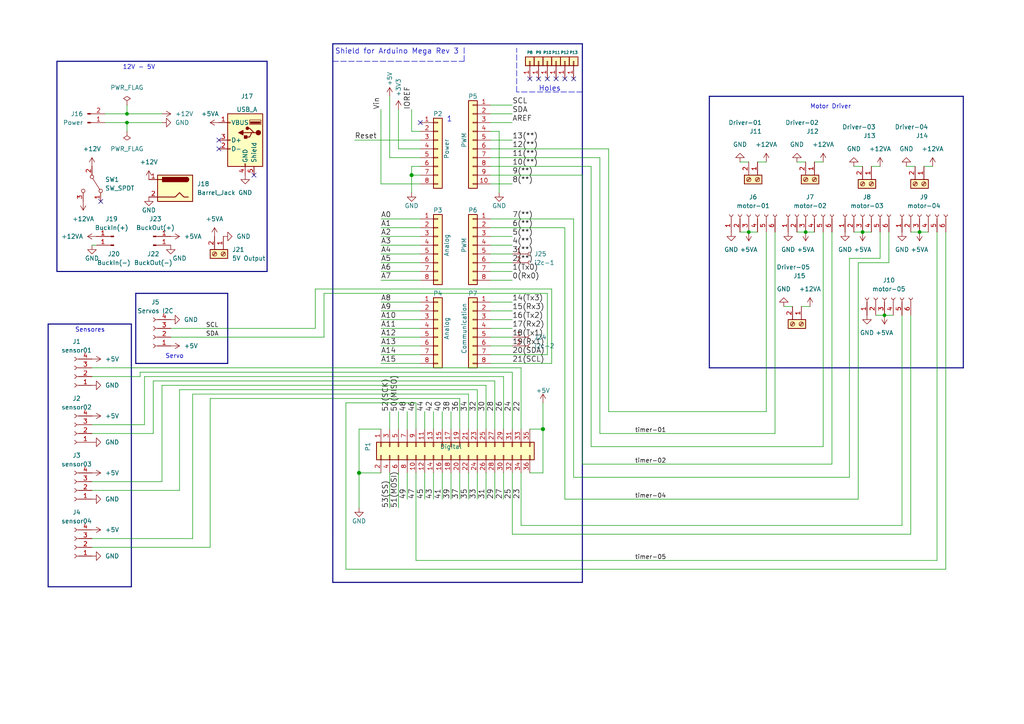
<source format=kicad_sch>
(kicad_sch (version 20211123) (generator eeschema)
  (paper "A4")
  (title_block (date "mar. 31 mars 2015"))
  (lib_symbols
    (symbol "+5VA_1" (power) (pin_names (offset 0))
      (property "Value" "+5VA_1" (at 0 3.556 0))
      (symbol "+5VA_1_1_1"
        (pin power_in line (at 0 0 90) (length 0) hide (name "+5VA") (number "1"))
      )
    )
    (symbol "+5VA_2" (power) (pin_names (offset 0))
      (property "Value" "+5VA_2" (at 0 3.556 0))
      (symbol "+5VA_2_1_1"
        (pin power_in line (at 0 0 90) (length 0) hide (name "+5VA") (number "1"))
      )
    )
    (symbol "+5V_1" (power) (pin_names (offset 0))
      (property "Value" "+5V_1" (at 0 3.556 0))
      (symbol "+5V_1_1_1"
        (pin power_in line (at 0 0 90) (length 0) hide (name "+5V") (number "1"))
      )
    )
    (symbol "Connector:Barrel_Jack" (pin_names (offset 1.016))
      (property "Reference" "J" (at 0 5.334 0))
      (property "Value" "Barrel_Jack" (at 0 -5.08 0))
      (symbol "Barrel_Jack_1_1"
        (pin passive line (at 7.62 2.54 180) (length 2.54) (name "~") (number "1"))
        (pin passive line (at 7.62 -2.54 180) (length 2.54) (name "~") (number "2"))
      )
    )
    (symbol "Connector:Conn_01x01_Male" (pin_names (offset 1.016) hide)
      (property "Reference" "J" (at 0 2.54 0))
      (property "Value" "Conn_01x01_Male" (at 0 -2.54 0))
      (symbol "Conn_01x01_Male_1_1"
        (pin passive line (at 5.08 0 180) (length 3.81) (name "Pin_1") (number "1"))
      )
    )
    (symbol "Connector:Conn_01x02_Female" (pin_names (offset 1.016) hide)
      (property "Reference" "J" (at 0 2.54 0))
      (property "Value" "Conn_01x02_Female" (at 0 -5.08 0))
      (symbol "Conn_01x02_Female_1_1"
        (pin passive line (at -5.08 0 0) (length 3.81) (name "Pin_1") (number "1"))
        (pin passive line (at -5.08 -2.54 0) (length 3.81) (name "Pin_2") (number "2"))
      )
    )
    (symbol "Connector:Conn_01x02_Male" (pin_names (offset 1.016) hide)
      (property "Reference" "J" (at 0 2.54 0))
      (property "Value" "Conn_01x02_Male" (at 0 -5.08 0))
      (symbol "Conn_01x02_Male_1_1"
        (pin passive line (at 5.08 0 180) (length 3.81) (name "Pin_1") (number "1"))
        (pin passive line (at 5.08 -2.54 180) (length 3.81) (name "Pin_2") (number "2"))
      )
    )
    (symbol "Connector:Conn_01x04_Female" (pin_names (offset 1.016) hide)
      (property "Reference" "J" (at 0 5.08 0))
      (property "Value" "Conn_01x04_Female" (at 0 -7.62 0))
      (symbol "Conn_01x04_Female_1_1"
        (pin passive line (at -5.08 2.54 0) (length 3.81) (name "Pin_1") (number "1"))
        (pin passive line (at -5.08 0 0) (length 3.81) (name "Pin_2") (number "2"))
        (pin passive line (at -5.08 -2.54 0) (length 3.81) (name "Pin_3") (number "3"))
        (pin passive line (at -5.08 -5.08 0) (length 3.81) (name "Pin_4") (number "4"))
      )
    )
    (symbol "Connector:Conn_01x06_Female" (pin_names (offset 1.016) hide)
      (property "Reference" "J" (at 0 7.62 0))
      (property "Value" "Conn_01x06_Female" (at 0 -10.16 0))
      (symbol "Conn_01x06_Female_1_1"
        (pin passive line (at -5.08 5.08 0) (length 3.81) (name "Pin_1") (number "1"))
        (pin passive line (at -5.08 2.54 0) (length 3.81) (name "Pin_2") (number "2"))
        (pin passive line (at -5.08 0 0) (length 3.81) (name "Pin_3") (number "3"))
        (pin passive line (at -5.08 -2.54 0) (length 3.81) (name "Pin_4") (number "4"))
        (pin passive line (at -5.08 -5.08 0) (length 3.81) (name "Pin_5") (number "5"))
        (pin passive line (at -5.08 -7.62 0) (length 3.81) (name "Pin_6") (number "6"))
      )
    )
    (symbol "Connector:Screw_Terminal_01x02" (pin_names (offset 1.016) hide)
      (property "Reference" "J" (at 0 2.54 0))
      (property "Value" "Screw_Terminal_01x02" (at 0 -5.08 0))
      (symbol "Screw_Terminal_01x02_1_1"
        (pin passive line (at -5.08 0 0) (length 3.81) (name "Pin_1") (number "1"))
        (pin passive line (at -5.08 -2.54 0) (length 3.81) (name "Pin_2") (number "2"))
      )
    )
    (symbol "Connector:USB_A" (pin_names (offset 1.016))
      (property "Reference" "J" (at -5.08 11.43 0))
      (property "Value" "USB_A" (at -5.08 8.89 0))
      (symbol "USB_A_1_1"
        (pin power_in line (at 7.62 5.08 180) (length 2.54) (name "VBUS") (number "1"))
        (pin bidirectional line (at 7.62 -2.54 180) (length 2.54) (name "D-") (number "2"))
        (pin bidirectional line (at 7.62 0 180) (length 2.54) (name "D+") (number "3"))
        (pin power_in line (at 0 -10.16 90) (length 2.54) (name "GND") (number "4"))
        (pin passive line (at -2.54 -10.16 90) (length 2.54) (name "Shield") (number "5"))
      )
    )
    (symbol "Connector_Generic:Conn_01x01" (pin_names (offset 1.016) hide)
      (property "Reference" "J" (at 0 2.54 0))
      (property "Value" "Conn_01x01" (at 0 -2.54 0))
      (symbol "Conn_01x01_1_1"
        (pin passive line (at -5.08 0 0) (length 3.81) (name "Pin_1") (number "1"))
      )
    )
    (symbol "Connector_Generic:Conn_01x08" (pin_names (offset 1.016) hide)
      (property "Reference" "J" (at 0 10.16 0))
      (property "Value" "Conn_01x08" (at 0 -12.7 0))
      (symbol "Conn_01x08_1_1"
        (pin passive line (at -5.08 7.62 0) (length 3.81) (name "Pin_1") (number "1"))
        (pin passive line (at -5.08 5.08 0) (length 3.81) (name "Pin_2") (number "2"))
        (pin passive line (at -5.08 2.54 0) (length 3.81) (name "Pin_3") (number "3"))
        (pin passive line (at -5.08 0 0) (length 3.81) (name "Pin_4") (number "4"))
        (pin passive line (at -5.08 -2.54 0) (length 3.81) (name "Pin_5") (number "5"))
        (pin passive line (at -5.08 -5.08 0) (length 3.81) (name "Pin_6") (number "6"))
        (pin passive line (at -5.08 -7.62 0) (length 3.81) (name "Pin_7") (number "7"))
        (pin passive line (at -5.08 -10.16 0) (length 3.81) (name "Pin_8") (number "8"))
      )
    )
    (symbol "Connector_Generic:Conn_01x10" (pin_names (offset 1.016) hide)
      (property "Reference" "J" (at 0 12.7 0))
      (property "Value" "Conn_01x10" (at 0 -15.24 0))
      (symbol "Conn_01x10_1_1"
        (pin passive line (at -5.08 10.16 0) (length 3.81) (name "Pin_1") (number "1"))
        (pin passive line (at -5.08 -12.7 0) (length 3.81) (name "Pin_10") (number "10"))
        (pin passive line (at -5.08 7.62 0) (length 3.81) (name "Pin_2") (number "2"))
        (pin passive line (at -5.08 5.08 0) (length 3.81) (name "Pin_3") (number "3"))
        (pin passive line (at -5.08 2.54 0) (length 3.81) (name "Pin_4") (number "4"))
        (pin passive line (at -5.08 0 0) (length 3.81) (name "Pin_5") (number "5"))
        (pin passive line (at -5.08 -2.54 0) (length 3.81) (name "Pin_6") (number "6"))
        (pin passive line (at -5.08 -5.08 0) (length 3.81) (name "Pin_7") (number "7"))
        (pin passive line (at -5.08 -7.62 0) (length 3.81) (name "Pin_8") (number "8"))
        (pin passive line (at -5.08 -10.16 0) (length 3.81) (name "Pin_9") (number "9"))
      )
    )
    (symbol "Connector_Generic:Conn_02x18_Odd_Even" (pin_names (offset 1.016) hide)
      (property "Reference" "J" (at 1.27 22.86 0))
      (property "Value" "Conn_02x18_Odd_Even" (at 1.27 -25.4 0))
      (symbol "Conn_02x18_Odd_Even_1_1"
        (pin passive line (at -5.08 20.32 0) (length 3.81) (name "Pin_1") (number "1"))
        (pin passive line (at 7.62 10.16 180) (length 3.81) (name "Pin_10") (number "10"))
        (pin passive line (at -5.08 7.62 0) (length 3.81) (name "Pin_11") (number "11"))
        (pin passive line (at 7.62 7.62 180) (length 3.81) (name "Pin_12") (number "12"))
        (pin passive line (at -5.08 5.08 0) (length 3.81) (name "Pin_13") (number "13"))
        (pin passive line (at 7.62 5.08 180) (length 3.81) (name "Pin_14") (number "14"))
        (pin passive line (at -5.08 2.54 0) (length 3.81) (name "Pin_15") (number "15"))
        (pin passive line (at 7.62 2.54 180) (length 3.81) (name "Pin_16") (number "16"))
        (pin passive line (at -5.08 0 0) (length 3.81) (name "Pin_17") (number "17"))
        (pin passive line (at 7.62 0 180) (length 3.81) (name "Pin_18") (number "18"))
        (pin passive line (at -5.08 -2.54 0) (length 3.81) (name "Pin_19") (number "19"))
        (pin passive line (at 7.62 20.32 180) (length 3.81) (name "Pin_2") (number "2"))
        (pin passive line (at 7.62 -2.54 180) (length 3.81) (name "Pin_20") (number "20"))
        (pin passive line (at -5.08 -5.08 0) (length 3.81) (name "Pin_21") (number "21"))
        (pin passive line (at 7.62 -5.08 180) (length 3.81) (name "Pin_22") (number "22"))
        (pin passive line (at -5.08 -7.62 0) (length 3.81) (name "Pin_23") (number "23"))
        (pin passive line (at 7.62 -7.62 180) (length 3.81) (name "Pin_24") (number "24"))
        (pin passive line (at -5.08 -10.16 0) (length 3.81) (name "Pin_25") (number "25"))
        (pin passive line (at 7.62 -10.16 180) (length 3.81) (name "Pin_26") (number "26"))
        (pin passive line (at -5.08 -12.7 0) (length 3.81) (name "Pin_27") (number "27"))
        (pin passive line (at 7.62 -12.7 180) (length 3.81) (name "Pin_28") (number "28"))
        (pin passive line (at -5.08 -15.24 0) (length 3.81) (name "Pin_29") (number "29"))
        (pin passive line (at -5.08 17.78 0) (length 3.81) (name "Pin_3") (number "3"))
        (pin passive line (at 7.62 -15.24 180) (length 3.81) (name "Pin_30") (number "30"))
        (pin passive line (at -5.08 -17.78 0) (length 3.81) (name "Pin_31") (number "31"))
        (pin passive line (at 7.62 -17.78 180) (length 3.81) (name "Pin_32") (number "32"))
        (pin passive line (at -5.08 -20.32 0) (length 3.81) (name "Pin_33") (number "33"))
        (pin passive line (at 7.62 -20.32 180) (length 3.81) (name "Pin_34") (number "34"))
        (pin passive line (at -5.08 -22.86 0) (length 3.81) (name "Pin_35") (number "35"))
        (pin passive line (at 7.62 -22.86 180) (length 3.81) (name "Pin_36") (number "36"))
        (pin passive line (at 7.62 17.78 180) (length 3.81) (name "Pin_4") (number "4"))
        (pin passive line (at -5.08 15.24 0) (length 3.81) (name "Pin_5") (number "5"))
        (pin passive line (at 7.62 15.24 180) (length 3.81) (name "Pin_6") (number "6"))
        (pin passive line (at -5.08 12.7 0) (length 3.81) (name "Pin_7") (number "7"))
        (pin passive line (at 7.62 12.7 180) (length 3.81) (name "Pin_8") (number "8"))
        (pin passive line (at -5.08 10.16 0) (length 3.81) (name "Pin_9") (number "9"))
      )
    )
    (symbol "GND_1" (power) (pin_names (offset 0))
      (property "Value" "GND_1" (at 0 -3.81 0))
      (symbol "GND_1_1_1"
        (pin power_in line (at 0 0 270) (length 0) hide (name "GND") (number "1"))
      )
    )
    (symbol "GND_2" (power) (pin_names (offset 0))
      (property "Value" "GND_2" (at 0 -3.81 0))
      (symbol "GND_2_1_1"
        (pin power_in line (at 0 0 270) (length 0) hide (name "GND") (number "1"))
      )
    )
    (symbol "GND_3" (power) (pin_names (offset 0))
      (property "Value" "GND_3" (at 0 -3.81 0))
      (symbol "GND_3_1_1"
        (pin power_in line (at 0 0 270) (length 0) hide (name "GND") (number "1"))
      )
    )
    (symbol "Switch:SW_SPDT" (pin_names (offset 0) hide)
      (property "Reference" "SW" (at 0 4.318 0))
      (property "Value" "SW_SPDT" (at 0 -5.08 0))
      (symbol "SW_SPDT_1_1"
        (pin passive line (at 5.08 2.54 180) (length 2.54) (name "A") (number "1"))
        (pin passive line (at -5.08 0 0) (length 2.54) (name "B") (number "2"))
        (pin passive line (at 5.08 -2.54 180) (length 2.54) (name "C") (number "3"))
      )
    )
    (symbol "power:+12V" (power) (pin_names (offset 0))
      (property "Value" "+12V" (at 0 3.556 0))
      (symbol "+12V_1_1"
        (pin power_in line (at 0 0 90) (length 0) hide (name "+12V") (number "1"))
      )
    )
    (symbol "power:+12VA" (power) (pin_names (offset 0))
      (property "Value" "+12VA" (at 0 3.556 0))
      (symbol "+12VA_1_1"
        (pin power_in line (at 0 0 90) (length 0) hide (name "+12VA") (number "1"))
      )
    )
    (symbol "power:+3V3" (power) (pin_names (offset 0))
      (property "Value" "+3V3" (at 0 3.556 0))
      (symbol "+3V3_1_1"
        (pin power_in line (at 0 0 90) (length 0) hide (name "+3V3") (number "1"))
      )
    )
    (symbol "power:+5V" (power) (pin_names (offset 0))
      (property "Value" "+5V" (at 0 3.556 0))
      (symbol "+5V_1_1"
        (pin power_in line (at 0 0 90) (length 0) hide (name "+5V") (number "1"))
      )
    )
    (symbol "power:+5VA" (power) (pin_names (offset 0))
      (property "Value" "+5VA" (at 0 3.556 0))
      (symbol "+5VA_1_1"
        (pin power_in line (at 0 0 90) (length 0) hide (name "+5VA") (number "1"))
      )
    )
    (symbol "power:GND" (power) (pin_names (offset 0))
      (property "Value" "GND" (at 0 -3.81 0))
      (symbol "GND_1_1"
        (pin power_in line (at 0 0 270) (length 0) hide (name "GND") (number "1"))
      )
    )
    (symbol "power:PWR_FLAG" (power) (pin_numbers hide) (pin_names (offset 0) hide)
      (property "Value" "PWR_FLAG" (at 0 3.81 0))
      (symbol "PWR_FLAG_0_0"
        (pin power_out line (at 0 0 90) (length 0) (name "pwr") (number "1"))
      )
    )
  )
  (junction (at 250.19 67.31))
  (junction (at 36.83 35.56))
  (junction (at 233.68 67.31))
  (junction (at 266.7 67.31))
  (junction (at 157.48 124.46) (diameter 1.016))
  (junction (at 256.54 91.44))
  (junction (at 119.38 50.8) (diameter 1.016))
  (junction (at 217.17 67.31))
  (junction (at 36.83 33.02))
  (junction (at 104.14 137.16) (diameter 1.016))
  (no_connect (at 153.67 22.86))
  (no_connect (at 63.5 43.18))
  (no_connect (at 63.5 40.64))
  (no_connect (at 73.66 50.8))
  (no_connect (at 156.21 22.86))
  (no_connect (at 166.37 22.86))
  (no_connect (at 29.21 58.42))
  (no_connect (at 161.29 22.86))
  (no_connect (at 163.83 22.86))
  (no_connect (at 121.92 35.56))
  (no_connect (at 158.75 22.86))
  (wire (pts (xy 142.24 81.28) (xy 148.59 81.28)))
  (wire (pts (xy 113.03 137.16) (xy 113.03 147.32)))
  (wire (pts (xy 40.64 107.95) (xy 148.59 107.95)))
  (wire (pts (xy 26.67 109.22) (xy 40.64 109.22)))
  (bus (pts (xy 16.51 17.78) (xy 16.51 78.74)))
  (wire (pts (xy 110.49 81.28) (xy 121.92 81.28)))
  (wire (pts (xy 125.73 137.16) (xy 125.73 144.78)))
  (wire (pts (xy 26.67 123.19) (xy 41.91 123.19)))
  (wire (pts (xy 250.19 67.31) (xy 252.73 67.31)))
  (wire (pts (xy 148.59 154.94) (xy 264.16 154.94)))
  (wire (pts (xy 26.67 139.7) (xy 46.99 139.7)))
  (wire (pts (xy 157.48 124.46) (xy 157.48 137.16)))
  (wire (pts (xy 262.89 48.26) (xy 265.43 48.26)))
  (wire (pts (xy 255.27 67.31) (xy 255.27 74.93)))
  (wire (pts (xy 110.49 124.46) (xy 104.14 124.46)))
  (wire (pts (xy 60.96 158.75) (xy 60.96 115.57)))
  (bus (pts (xy 39.37 85.09) (xy 39.37 105.41)))
  (wire (pts (xy 142.24 43.18) (xy 176.53 43.18)))
  (wire (pts (xy 142.24 45.72) (xy 173.99 45.72)))
  (wire (pts (xy 119.38 48.26) (xy 119.38 50.8)))
  (bus (pts (xy 279.4 27.94) (xy 279.4 106.68)))
  (bus (pts (xy 205.74 27.94) (xy 279.4 27.94)))
  (wire (pts (xy 247.65 67.31) (xy 250.19 67.31)))
  (bus (pts (xy 38.1 93.98) (xy 38.1 170.18)))
  (wire (pts (xy 110.49 76.2) (xy 121.92 76.2)))
  (wire (pts (xy 120.65 137.16) (xy 120.65 162.56)))
  (bus (pts (xy 13.97 93.98) (xy 13.97 170.18)))
  (wire (pts (xy 55.88 114.3) (xy 135.89 114.3)))
  (wire (pts (xy 231.14 46.99) (xy 233.68 46.99)))
  (wire (pts (xy 143.51 137.16) (xy 143.51 144.78)))
  (wire (pts (xy 60.96 115.57) (xy 133.35 115.57)))
  (wire (pts (xy 222.25 119.38) (xy 222.25 67.31)))
  (wire (pts (xy 119.38 50.8) (xy 119.38 55.88)))
  (wire (pts (xy 133.35 115.57) (xy 133.35 124.46)))
  (wire (pts (xy 254 91.44) (xy 256.54 91.44)))
  (wire (pts (xy 166.37 138.43) (xy 246.38 138.43)))
  (bus (pts (xy 39.37 105.41) (xy 66.04 105.41)))
  (wire (pts (xy 115.57 43.18) (xy 121.92 43.18)))
  (polyline (pts (xy 168.91 26.67) (xy 149.86 26.67)) (stroke (width 0) (type dash)))
  (wire (pts (xy 113.03 45.72) (xy 121.92 45.72)))
  (wire (pts (xy 113.03 27.94) (xy 113.03 45.72)))
  (wire (pts (xy 130.81 124.46) (xy 130.81 119.38)))
  (wire (pts (xy 110.49 105.41) (xy 121.92 105.41)))
  (wire (pts (xy 222.25 46.99) (xy 219.71 46.99)))
  (wire (pts (xy 214.63 46.99) (xy 217.17 46.99)))
  (bus (pts (xy 13.97 93.98) (xy 38.1 93.98)))
  (wire (pts (xy 125.73 124.46) (xy 125.73 119.38)))
  (polyline (pts (xy 149.86 26.67) (xy 149.86 13.97)) (stroke (width 0) (type dash)))
  (wire (pts (xy 146.05 109.22) (xy 146.05 124.46)))
  (wire (pts (xy 142.24 35.56) (xy 148.59 35.56)))
  (wire (pts (xy 274.32 165.1) (xy 274.32 67.31)))
  (wire (pts (xy 115.57 31.75) (xy 115.57 43.18)))
  (wire (pts (xy 146.05 137.16) (xy 146.05 144.78)))
  (bus (pts (xy 168.91 168.91) (xy 96.52 168.91)))
  (wire (pts (xy 121.92 63.5) (xy 110.49 63.5)))
  (wire (pts (xy 163.83 144.78) (xy 248.92 144.78)))
  (wire (pts (xy 121.92 102.87) (xy 110.49 102.87)))
  (wire (pts (xy 148.59 137.16) (xy 148.59 154.94)))
  (wire (pts (xy 123.19 137.16) (xy 123.19 144.78)))
  (wire (pts (xy 44.45 110.49) (xy 143.51 110.49)))
  (wire (pts (xy 264.16 67.31) (xy 266.7 67.31)))
  (wire (pts (xy 52.07 142.24) (xy 52.07 113.03)))
  (wire (pts (xy 142.24 48.26) (xy 171.45 48.26)))
  (wire (pts (xy 142.24 100.33) (xy 148.59 100.33)))
  (wire (pts (xy 142.24 30.48) (xy 148.59 30.48)))
  (wire (pts (xy 142.24 63.5) (xy 166.37 63.5)))
  (wire (pts (xy 246.38 138.43) (xy 246.38 74.93)))
  (wire (pts (xy 173.99 45.72) (xy 173.99 125.73)))
  (wire (pts (xy 104.14 124.46) (xy 104.14 137.16)))
  (bus (pts (xy 205.74 27.94) (xy 205.74 106.68)))
  (bus (pts (xy 38.1 170.18) (xy 13.97 170.18)))
  (wire (pts (xy 166.37 63.5) (xy 166.37 138.43)))
  (wire (pts (xy 110.49 137.16) (xy 104.14 137.16)))
  (wire (pts (xy 93.98 97.79) (xy 49.53 97.79)))
  (wire (pts (xy 151.13 137.16) (xy 151.13 152.4)))
  (wire (pts (xy 135.89 114.3) (xy 135.89 124.46)))
  (wire (pts (xy 255.27 48.26) (xy 252.73 48.26)))
  (wire (pts (xy 36.83 35.56) (xy 36.83 38.1)))
  (wire (pts (xy 264.16 91.44) (xy 264.16 154.94)))
  (wire (pts (xy 119.38 38.1) (xy 119.38 31.75)))
  (wire (pts (xy 120.65 162.56) (xy 271.78 162.56)))
  (wire (pts (xy 142.24 90.17) (xy 148.59 90.17)))
  (wire (pts (xy 246.38 74.93) (xy 255.27 74.93)))
  (wire (pts (xy 261.62 152.4) (xy 261.62 91.44)))
  (wire (pts (xy 163.83 66.04) (xy 163.83 144.78)))
  (wire (pts (xy 224.79 125.73) (xy 224.79 67.31)))
  (wire (pts (xy 241.3 134.62) (xy 241.3 67.31)))
  (wire (pts (xy 142.24 40.64) (xy 148.59 40.64)))
  (wire (pts (xy 121.92 38.1) (xy 119.38 38.1)))
  (wire (pts (xy 168.91 134.62) (xy 241.3 134.62)))
  (polyline (pts (xy 96.52 17.78) (xy 134.62 17.78)) (stroke (width 0) (type dash)))
  (wire (pts (xy 30.48 33.02) (xy 36.83 33.02)))
  (wire (pts (xy 135.89 137.16) (xy 135.89 144.78)))
  (wire (pts (xy 133.35 137.16) (xy 133.35 144.78)))
  (wire (pts (xy 26.67 125.73) (xy 44.45 125.73)))
  (wire (pts (xy 148.59 68.58) (xy 142.24 68.58)))
  (bus (pts (xy 77.47 78.74) (xy 16.51 78.74)))
  (polyline (pts (xy 96.52 154.94) (xy 96.52 13.97)) (stroke (width 0) (type dash)))
  (wire (pts (xy 157.48 116.84) (xy 157.48 124.46)))
  (wire (pts (xy 123.19 124.46) (xy 123.19 119.38)))
  (wire (pts (xy 248.92 76.2) (xy 257.81 76.2)))
  (wire (pts (xy 257.81 76.2) (xy 257.81 67.31)))
  (wire (pts (xy 142.24 102.87) (xy 158.75 102.87)))
  (wire (pts (xy 176.53 43.18) (xy 176.53 119.38)))
  (wire (pts (xy 142.24 105.41) (xy 160.02 105.41)))
  (wire (pts (xy 113.03 124.46) (xy 113.03 119.38)))
  (wire (pts (xy 46.99 139.7) (xy 46.99 111.76)))
  (wire (pts (xy 234.95 88.9) (xy 232.41 88.9)))
  (wire (pts (xy 55.88 156.21) (xy 55.88 114.3)))
  (wire (pts (xy 128.27 137.16) (xy 128.27 144.78)))
  (bus (pts (xy 168.91 12.7) (xy 168.91 168.91)))
  (wire (pts (xy 30.48 35.56) (xy 36.83 35.56)))
  (wire (pts (xy 148.59 97.79) (xy 142.24 97.79)))
  (wire (pts (xy 148.59 33.02) (xy 142.24 33.02)))
  (wire (pts (xy 110.49 95.25) (xy 121.92 95.25)))
  (wire (pts (xy 140.97 137.16) (xy 140.97 144.78)))
  (wire (pts (xy 120.65 116.84) (xy 120.65 124.46)))
  (wire (pts (xy 121.92 68.58) (xy 110.49 68.58)))
  (wire (pts (xy 102.87 40.64) (xy 121.92 40.64)))
  (wire (pts (xy 214.63 67.31) (xy 217.17 67.31)))
  (bus (pts (xy 279.4 106.68) (xy 205.74 106.68)))
  (wire (pts (xy 144.78 38.1) (xy 142.24 38.1)))
  (wire (pts (xy 148.59 87.63) (xy 142.24 87.63)))
  (wire (pts (xy 100.33 116.84) (xy 100.33 165.1)))
  (wire (pts (xy 142.24 66.04) (xy 163.83 66.04)))
  (wire (pts (xy 142.24 50.8) (xy 168.91 50.8)))
  (wire (pts (xy 157.48 124.46) (xy 153.67 124.46)))
  (wire (pts (xy 121.92 50.8) (xy 119.38 50.8)))
  (wire (pts (xy 138.43 137.16) (xy 138.43 144.78)))
  (wire (pts (xy 130.81 137.16) (xy 130.81 144.78)))
  (wire (pts (xy 217.17 67.31) (xy 219.71 67.31)))
  (wire (pts (xy 26.67 142.24) (xy 52.07 142.24)))
  (wire (pts (xy 256.54 91.44) (xy 259.08 91.44)))
  (wire (pts (xy 26.67 71.12) (xy 27.94 71.12)))
  (wire (pts (xy 140.97 111.76) (xy 140.97 124.46)))
  (wire (pts (xy 41.91 109.22) (xy 146.05 109.22)))
  (wire (pts (xy 270.51 48.26) (xy 267.97 48.26)))
  (wire (pts (xy 238.76 46.99) (xy 236.22 46.99)))
  (bus (pts (xy 16.51 17.78) (xy 77.47 17.78)))
  (wire (pts (xy 121.92 53.34) (xy 110.49 53.34)))
  (wire (pts (xy 138.43 113.03) (xy 138.43 124.46)))
  (wire (pts (xy 160.02 83.82) (xy 160.02 105.41)))
  (wire (pts (xy 36.83 33.02) (xy 46.99 33.02)))
  (wire (pts (xy 168.91 50.8) (xy 168.91 134.62)))
  (wire (pts (xy 110.49 66.04) (xy 121.92 66.04)))
  (wire (pts (xy 120.65 116.84) (xy 100.33 116.84)))
  (wire (pts (xy 40.64 109.22) (xy 40.64 107.95)))
  (wire (pts (xy 231.14 67.31) (xy 233.68 67.31)))
  (wire (pts (xy 115.57 124.46) (xy 115.57 119.38)))
  (wire (pts (xy 151.13 106.68) (xy 151.13 124.46)))
  (wire (pts (xy 247.65 48.26) (xy 250.19 48.26)))
  (wire (pts (xy 26.67 158.75) (xy 60.96 158.75)))
  (wire (pts (xy 49.53 95.25) (xy 91.44 95.25)))
  (wire (pts (xy 227.33 88.9) (xy 229.87 88.9)))
  (wire (pts (xy 44.45 125.73) (xy 44.45 110.49)))
  (wire (pts (xy 121.92 92.71) (xy 110.49 92.71)))
  (wire (pts (xy 142.24 95.25) (xy 148.59 95.25)))
  (wire (pts (xy 46.99 111.76) (xy 140.97 111.76)))
  (bus (pts (xy 66.04 85.09) (xy 66.04 105.41)))
  (wire (pts (xy 121.92 48.26) (xy 119.38 48.26)))
  (wire (pts (xy 110.49 100.33) (xy 121.92 100.33)))
  (wire (pts (xy 91.44 95.25) (xy 91.44 83.82)))
  (wire (pts (xy 176.53 119.38) (xy 222.25 119.38)))
  (wire (pts (xy 173.99 125.73) (xy 224.79 125.73)))
  (wire (pts (xy 128.27 124.46) (xy 128.27 119.38)))
  (wire (pts (xy 151.13 152.4) (xy 261.62 152.4)))
  (wire (pts (xy 148.59 107.95) (xy 148.59 124.46)))
  (wire (pts (xy 110.49 90.17) (xy 121.92 90.17)))
  (wire (pts (xy 142.24 53.34) (xy 148.59 53.34)))
  (polyline (pts (xy 134.62 17.78) (xy 134.62 13.335)) (stroke (width 0) (type dash)))
  (wire (pts (xy 148.59 92.71) (xy 142.24 92.71)))
  (wire (pts (xy 110.49 71.12) (xy 121.92 71.12)))
  (wire (pts (xy 233.68 67.31) (xy 236.22 67.31)))
  (wire (pts (xy 93.98 85.09) (xy 93.98 97.79)))
  (wire (pts (xy 143.51 110.49) (xy 143.51 124.46)))
  (wire (pts (xy 118.11 137.16) (xy 118.11 144.78)))
  (wire (pts (xy 157.48 137.16) (xy 153.67 137.16)))
  (wire (pts (xy 121.92 87.63) (xy 110.49 87.63)))
  (bus (pts (xy 96.52 12.7) (xy 168.91 12.7)))
  (wire (pts (xy 26.67 106.68) (xy 151.13 106.68)))
  (wire (pts (xy 271.78 162.56) (xy 271.78 67.31)))
  (wire (pts (xy 118.11 124.46) (xy 118.11 119.38)))
  (wire (pts (xy 238.76 129.54) (xy 238.76 67.31)))
  (bus (pts (xy 66.04 85.09) (xy 39.37 85.09)))
  (wire (pts (xy 91.44 83.82) (xy 160.02 83.82)))
  (bus (pts (xy 96.52 12.7) (xy 96.52 168.91)))
  (wire (pts (xy 158.75 85.09) (xy 158.75 102.87)))
  (wire (pts (xy 142.24 76.2) (xy 148.59 76.2)))
  (wire (pts (xy 115.57 137.16) (xy 115.57 147.32)))
  (bus (pts (xy 77.47 17.78) (xy 77.47 78.74)))
  (wire (pts (xy 171.45 129.54) (xy 238.76 129.54)))
  (wire (pts (xy 148.59 73.66) (xy 142.24 73.66)))
  (wire (pts (xy 41.91 123.19) (xy 41.91 109.22)))
  (wire (pts (xy 248.92 144.78) (xy 248.92 76.2)))
  (wire (pts (xy 36.83 35.56) (xy 46.99 35.56)))
  (wire (pts (xy 171.45 48.26) (xy 171.45 129.54)))
  (wire (pts (xy 52.07 113.03) (xy 138.43 113.03)))
  (wire (pts (xy 148.59 78.74) (xy 142.24 78.74)))
  (wire (pts (xy 121.92 97.79) (xy 110.49 97.79)))
  (wire (pts (xy 110.49 53.34) (xy 110.49 31.75)))
  (wire (pts (xy 104.14 137.16) (xy 104.14 147.32)))
  (wire (pts (xy 121.92 78.74) (xy 110.49 78.74)))
  (wire (pts (xy 100.33 165.1) (xy 274.32 165.1)))
  (wire (pts (xy 121.92 73.66) (xy 110.49 73.66)))
  (wire (pts (xy 144.78 55.88) (xy 144.78 38.1)))
  (wire (pts (xy 36.83 30.48) (xy 36.83 33.02)))
  (wire (pts (xy 93.98 85.09) (xy 158.75 85.09)))
  (wire (pts (xy 266.7 67.31) (xy 269.24 67.31)))
  (wire (pts (xy 26.67 156.21) (xy 55.88 156.21)))
  (wire (pts (xy 142.24 71.12) (xy 148.59 71.12)))
  (text "Sensores\n" (at 30.48 96.52 180) (effects (font (size 1.27 1.27)) (justify right bottom)))
  (text "Motor Driver" (at 234.95 31.75 0) (effects (font (size 1.27 1.27)) (justify left bottom)))
  (text "1" (at 129.54 35.56 0) (effects (font (size 1.524 1.524)) (justify left bottom)))
  (text "12V - 5V" (at 35.56 20.32 0) (effects (font (size 1.27 1.27)) (justify left bottom)))
  (text "Holes" (at 156.21 26.67 0) (effects (font (size 1.524 1.524)) (justify left bottom)))
  (text "Servo" (at 53.34 104.14 180) (effects (font (size 1.27 1.27)) (justify right bottom)))
  (text "Shield for Arduino Mega Rev 3" (at 97.155 15.875 0) (effects (font (size 1.524 1.524)) (justify left bottom)))
  (label "21(SCL)" (at 148.59 105.41 0) (effects (font (size 1.524 1.524))))
  (label "36" (at 133.35 119.38 90) (effects (font (size 1.524 1.524))))
  (label "SCL" (at 59.69 95.25 0))
  (label "0(Rx0)" (at 148.59 81.28 0) (effects (font (size 1.524 1.524))))
  (label "17(Rx2)" (at 148.59 95.25 0) (effects (font (size 1.524 1.524))))
  (label "19(Rx1)" (at 148.59 100.33 0) (effects (font (size 1.524 1.524))))
  (label "SDA" (at 148.59 33.02 0) (effects (font (size 1.524 1.524))))
  (label "A14" (at 110.49 102.87 0) (effects (font (size 1.524 1.524))))
  (label "51(MOSI)" (at 115.57 147.32 90) (effects (font (size 1.524 1.524))))
  (label "41" (at 128.27 144.78 90) (effects (font (size 1.524 1.524))))
  (label "43" (at 125.73 144.78 90) (effects (font (size 1.524 1.524))))
  (label "1(Tx0)" (at 148.59 78.74 0) (effects (font (size 1.524 1.524))))
  (label "A3" (at 110.49 71.12 0) (effects (font (size 1.524 1.524))))
  (label "45" (at 123.19 144.78 90) (effects (font (size 1.524 1.524))))
  (label "9(**)" (at 148.59 50.8 0) (effects (font (size 1.524 1.524))))
  (label "SCL" (at 148.59 30.48 0) (effects (font (size 1.524 1.524))))
  (label "A8" (at 110.49 87.63 0) (effects (font (size 1.524 1.524))))
  (label "14(Tx3)" (at 148.59 87.63 0) (effects (font (size 1.524 1.524))))
  (label "27" (at 146.05 144.78 90) (effects (font (size 1.524 1.524))))
  (label "12(**)" (at 148.59 43.18 0) (effects (font (size 1.524 1.524))))
  (label "A5" (at 110.49 76.2 0) (effects (font (size 1.524 1.524))))
  (label "IOREF" (at 119.38 31.75 90) (effects (font (size 1.524 1.524))))
  (label "3(**)" (at 148.59 73.66 0) (effects (font (size 1.524 1.524))))
  (label "Reset" (at 102.87 40.64 0) (effects (font (size 1.524 1.524))))
  (label "A0" (at 110.49 63.5 0) (effects (font (size 1.524 1.524))))
  (label "timer-05" (at 184.15 162.56 0))
  (label "A1" (at 110.49 66.04 0) (effects (font (size 1.524 1.524))))
  (label "A11" (at 110.49 95.25 0) (effects (font (size 1.524 1.524))))
  (label "40" (at 128.27 119.38 90) (effects (font (size 1.524 1.524))))
  (label "53(SS)" (at 113.03 147.32 90) (effects (font (size 1.524 1.524))))
  (label "30" (at 140.97 119.38 90) (effects (font (size 1.524 1.524))))
  (label "timer-01" (at 184.15 125.73 0))
  (label "31" (at 140.97 144.78 90) (effects (font (size 1.524 1.524))))
  (label "28" (at 143.51 119.38 90) (effects (font (size 1.524 1.524))))
  (label "44" (at 123.19 119.38 90) (effects (font (size 1.524 1.524))))
  (label "6(**)" (at 148.59 66.04 0) (effects (font (size 1.524 1.524))))
  (label "5(**)" (at 148.59 68.58 0) (effects (font (size 1.524 1.524))))
  (label "37" (at 133.35 144.78 90) (effects (font (size 1.524 1.524))))
  (label "38" (at 130.81 119.38 90) (effects (font (size 1.524 1.524))))
  (label "29" (at 143.51 144.78 90) (effects (font (size 1.524 1.524))))
  (label "18(Tx1)" (at 148.59 97.79 0) (effects (font (size 1.524 1.524))))
  (label "24" (at 148.59 119.38 90) (effects (font (size 1.524 1.524))))
  (label "A9" (at 110.49 90.17 0) (effects (font (size 1.524 1.524))))
  (label "39" (at 130.81 144.78 90) (effects (font (size 1.524 1.524))))
  (label "22" (at 151.13 119.38 90) (effects (font (size 1.524 1.524))))
  (label "SDA" (at 59.69 97.79 0))
  (label "A15" (at 110.49 105.41 0) (effects (font (size 1.524 1.524))))
  (label "A6" (at 110.49 78.74 0) (effects (font (size 1.524 1.524))))
  (label "48" (at 118.11 119.38 90) (effects (font (size 1.524 1.524))))
  (label "Vin" (at 110.49 31.75 90) (effects (font (size 1.524 1.524))))
  (label "A7" (at 110.49 81.28 0) (effects (font (size 1.524 1.524))))
  (label "23" (at 151.13 144.78 90) (effects (font (size 1.524 1.524))))
  (label "2(**)" (at 148.59 76.2 0) (effects (font (size 1.524 1.524))))
  (label "49" (at 118.11 144.78 90) (effects (font (size 1.524 1.524))))
  (label "A13" (at 110.49 100.33 0) (effects (font (size 1.524 1.524))))
  (label "A2" (at 110.49 68.58 0) (effects (font (size 1.524 1.524))))
  (label "A12" (at 110.49 97.79 0) (effects (font (size 1.524 1.524))))
  (label "50(MISO)" (at 115.57 119.38 90) (effects (font (size 1.524 1.524))))
  (label "52(SCK)" (at 113.03 119.38 90) (effects (font (size 1.524 1.524))))
  (label "timer-02" (at 184.15 134.62 0))
  (label "timer-04" (at 184.15 144.78 0))
  (label "26" (at 146.05 119.38 90) (effects (font (size 1.524 1.524))))
  (label "47" (at 120.65 144.78 90) (effects (font (size 1.524 1.524))))
  (label "A4" (at 110.49 73.66 0) (effects (font (size 1.524 1.524))))
  (label "8(**)" (at 148.59 53.34 0) (effects (font (size 1.524 1.524))))
  (label "42" (at 125.73 119.38 90) (effects (font (size 1.524 1.524))))
  (label "A10" (at 110.49 92.71 0) (effects (font (size 1.524 1.524))))
  (label "7(**)" (at 148.59 63.5 0) (effects (font (size 1.524 1.524))))
  (label "20(SDA)" (at 148.59 102.87 0) (effects (font (size 1.524 1.524))))
  (label "16(Tx2)" (at 148.59 92.71 0) (effects (font (size 1.524 1.524))))
  (label "46" (at 120.65 119.38 90) (effects (font (size 1.524 1.524))))
  (label "11(**)" (at 148.59 45.72 0) (effects (font (size 1.524 1.524))))
  (label "4(**)" (at 148.59 71.12 0) (effects (font (size 1.524 1.524))))
  (label "13(**)" (at 148.59 40.64 0) (effects (font (size 1.524 1.524))))
  (label "15(Rx3)" (at 148.59 90.17 0) (effects (font (size 1.524 1.524))))
  (label "10(**)" (at 148.59 48.26 0) (effects (font (size 1.524 1.524))))
  (label "32" (at 138.43 119.38 90) (effects (font (size 1.524 1.524))))
  (label "33" (at 138.43 144.78 90) (effects (font (size 1.524 1.524))))
  (label "34" (at 135.89 119.38 90) (effects (font (size 1.524 1.524))))
  (label "35" (at 135.89 144.78 90) (effects (font (size 1.524 1.524))))
  (label "25" (at 148.59 144.78 90) (effects (font (size 1.524 1.524))))
  (label "AREF" (at 148.59 35.56 0) (effects (font (size 1.524 1.524))))
  (symbol (lib_id "Connector_Generic:Conn_01x01") (at 153.67 17.78 90) (unit 1)
    (property "Reference" "P8" (at 153.67 15.24 90) (effects (font (size 0.7874 0.7874))))
    (property "Value" "CONN_01X01" (effects hide))
    (property "Footprint" "Socket_Arduino_Mega:Arduino_1pin" (effects hide))
  )
  (symbol (lib_id "Connector_Generic:Conn_01x01") (at 156.21 17.78 90) (unit 1)
    (property "Reference" "P9" (at 156.21 15.24 90) (effects (font (size 0.7874 0.7874))))
    (property "Value" "CONN_01X01" (effects hide))
    (property "Footprint" "Socket_Arduino_Mega:Arduino_1pin" (effects hide))
  )
  (symbol (lib_id "Connector_Generic:Conn_01x01") (at 158.75 17.78 90) (unit 1)
    (property "Reference" "P10" (at 158.75 15.24 90) (effects (font (size 0.7874 0.7874))))
    (property "Value" "CONN_01X01" (effects hide))
    (property "Footprint" "Socket_Arduino_Mega:Arduino_1pin" (effects hide))
  )
  (symbol (lib_id "Connector_Generic:Conn_01x01") (at 161.29 17.78 90) (unit 1)
    (property "Reference" "P11" (at 161.29 15.24 90) (effects (font (size 0.7874 0.7874))))
    (property "Value" "CONN_01X01" (effects hide))
    (property "Footprint" "Socket_Arduino_Mega:Arduino_1pin" (effects hide))
  )
  (symbol (lib_id "Connector_Generic:Conn_01x01") (at 163.83 17.78 90) (unit 1)
    (property "Reference" "P12" (at 163.83 15.24 90) (effects (font (size 0.7874 0.7874))))
    (property "Value" "CONN_01X01" (effects hide))
    (property "Footprint" "Socket_Arduino_Mega:Arduino_1pin" (effects hide))
  )
  (symbol (lib_id "Connector_Generic:Conn_01x01") (at 166.37 17.78 90) (unit 1)
    (property "Reference" "P13" (at 166.37 15.24 90) (effects (font (size 0.7874 0.7874))))
    (property "Value" "CONN_01X01" (effects hide))
    (property "Footprint" "Socket_Arduino_Mega:Arduino_1pin" (effects hide))
  )
  (symbol (lib_id "Connector_Generic:Conn_01x08") (at 127 43.18 0) (unit 1)
    (property "Reference" "P2" (at 127 33.02 0))
    (property "Value" "Power" (at 129.54 43.18 90))
    (property "Footprint" "Socket_Arduino_Mega:Socket_Strip_Arduino_1x08" (effects hide))
  )
  (symbol (lib_id "power:+3V3") (at 115.57 31.75 0) (unit 1)
    (property "Reference" "#PWR01" (effects hide))
    (property "Value" "+3.3V" (at 115.57 25.4 90))
  )
  (symbol (lib_id "power:+5V") (at 113.03 27.94 0) (unit 1)
    (property "Reference" "#PWR02" (effects hide))
    (property "Value" "+5V" (at 113.03 22.86 90))
  )
  (symbol (lib_id "power:GND") (at 119.38 55.88 0) (unit 1)
    (property "Reference" "#PWR03" (effects hide))
    (property "Value" "GND" (at 119.38 59.69 0))
  )
  (symbol (lib_id "Connector_Generic:Conn_01x10") (at 137.16 40.64 0) (mirror y) (unit 1)
    (property "Reference" "P5" (at 137.16 27.94 0))
    (property "Value" "PWM" (at 134.62 40.64 90))
    (property "Footprint" "Socket_Arduino_Mega:Socket_Strip_Arduino_1x10" (effects hide))
  )
  (symbol (lib_id "power:GND") (at 144.78 55.88 0) (unit 1)
    (property "Reference" "#PWR04" (effects hide))
    (property "Value" "GND" (at 144.78 59.69 0))
  )
  (symbol (lib_id "Connector_Generic:Conn_01x08") (at 127 71.12 0) (unit 1)
    (property "Reference" "P3" (at 127 60.96 0))
    (property "Value" "Analog" (at 129.54 71.12 90))
    (property "Footprint" "Socket_Arduino_Mega:Socket_Strip_Arduino_1x08" (effects hide))
  )
  (symbol (lib_id "Connector_Generic:Conn_01x08") (at 137.16 71.12 0) (mirror y) (unit 1)
    (property "Reference" "P6" (at 137.16 60.96 0))
    (property "Value" "PWM" (at 134.62 71.12 90))
    (property "Footprint" "Socket_Arduino_Mega:Socket_Strip_Arduino_1x08" (effects hide))
  )
  (symbol (lib_id "Connector_Generic:Conn_01x08") (at 127 95.25 0) (unit 1)
    (property "Reference" "P4" (at 127 85.09 0))
    (property "Value" "Analog" (at 129.54 95.25 90))
    (property "Footprint" "Socket_Arduino_Mega:Socket_Strip_Arduino_1x08" (effects hide))
  )
  (symbol (lib_id "Connector_Generic:Conn_01x08") (at 137.16 95.25 0) (mirror y) (unit 1)
    (property "Reference" "P7" (at 137.16 85.09 0))
    (property "Value" "Communication" (at 134.62 95.25 90))
    (property "Footprint" "Socket_Arduino_Mega:Socket_Strip_Arduino_1x08" (effects hide))
  )
  (symbol (lib_id "Connector_Generic:Conn_02x18_Odd_Even") (at 130.81 129.54 90) (mirror x) (unit 1)
    (property "Reference" "P1" (at 106.68 129.54 0))
    (property "Value" "Digital" (at 130.81 129.54 90))
    (property "Footprint" "Socket_Arduino_Mega:Socket_Strip_Arduino_2x18" (effects hide))
  )
  (symbol (lib_id "power:GND") (at 104.14 147.32 0) (unit 1)
    (property "Reference" "#PWR05" (effects hide))
    (property "Value" "GND" (at 104.14 151.13 0))
  )
  (symbol (lib_id "power:+5V") (at 157.48 116.84 0) (unit 1)
    (property "Reference" "#PWR06" (effects hide))
    (property "Value" "+5V" (at 157.48 113.284 0))
  )
  (symbol (lib_id "Connector:Conn_01x06_Female") (at 250.19 62.23 90) (unit 1)
    (property "Reference" "J8" (at 251.46 57.15 90))
    (property "Value" "motor-03" (at 251.46 59.69 90))
    (property "Footprint" "Connector_PinHeader_2.54mm:PinHeader_1x06_P2.54mm_Vertical" (effects hide))
  )
  (symbol (lib_id "Connector:Conn_01x06_Female") (at 233.68 62.23 90) (unit 1)
    (property "Reference" "J7" (at 234.95 57.15 90))
    (property "Value" "motor-02" (at 234.95 59.69 90))
    (property "Footprint" "Connector_PinHeader_2.54mm:PinHeader_1x06_P2.54mm_Vertical" (effects hide))
  )
  (symbol (lib_name "+5VA_1") (lib_id "power:+5VA") (at 62.23 68.58 0) (unit 1)
    (property "Reference" "#PWR0132" (effects hide))
    (property "Value" "+5VA" (at 62.23 63.5 0))
  )
  (symbol (lib_id "power:GND") (at 251.46 91.44 0) (unit 1)
    (property "Reference" "#PWR0120" (effects hide))
    (property "Value" "GND" (at 251.46 96.52 0))
  )
  (symbol (lib_id "power:+12V") (at 43.18 52.07 0) (mirror y) (unit 1)
    (property "Reference" "#PWR0144" (effects hide))
    (property "Value" "+12V" (at 43.18 46.99 0))
  )
  (symbol (lib_id "power:+5VA") (at 49.53 68.58 270) (unit 1)
    (property "Reference" "#PWR0133" (effects hide))
    (property "Value" "+5VA" (at 53.34 68.5799 90) (effects (justify left)))
  )
  (symbol (lib_id "power:+12VA") (at 27.94 68.58 90) (unit 1)
    (property "Reference" "#PWR0139" (effects hide))
    (property "Value" "+12VA" (at 24.13 68.5799 90) (effects (justify left)))
  )
  (symbol (lib_id "power:+5V") (at 26.67 153.67 270) (unit 1)
    (property "Reference" "#PWR0128" (effects hide))
    (property "Value" "+5V" (at 30.48 153.67 90) (effects (justify left)))
  )
  (symbol (lib_id "Connector:Conn_01x01_Male") (at 44.45 68.58 0) (unit 1)
    (property "Reference" "J23" (at 45.085 63.5 0))
    (property "Value" "BuckOut(+)" (at 45.085 66.04 0))
    (property "Footprint" "Connector_Wire:SolderWirePad_1x01_SMD_1x2mm" (effects hide))
  )
  (symbol (lib_id "power:+12VA") (at 24.13 58.42 180) (unit 1)
    (property "Reference" "#PWR0137" (effects hide))
    (property "Value" "+12VA" (at 24.13 63.5 0))
  )
  (symbol (lib_id "power:+12VA") (at 255.27 48.26 0) (unit 1)
    (property "Reference" "#PWR0116" (effects hide))
    (property "Value" "+12VA" (at 255.27 43.18 0))
  )
  (symbol (lib_id "power:GND") (at 26.67 71.12 0) (unit 1)
    (property "Reference" "#PWR0138" (effects hide))
    (property "Value" "GND" (at 26.67 74.93 0))
  )
  (symbol (lib_id "power:+5VA") (at 256.54 91.44 180) (unit 1)
    (property "Reference" "#PWR0101" (effects hide))
    (property "Value" "+5VA" (at 256.54 96.52 0))
  )
  (symbol (lib_id "Connector:Conn_01x04_Female") (at 21.59 142.24 180) (unit 1)
    (property "Reference" "J3" (at 22.225 132.08 0))
    (property "Value" "sensor03" (at 22.225 134.62 0))
    (property "Footprint" "Connector_PinSocket_2.54mm:PinSocket_1x04_P2.54mm_Vertical" (effects hide))
  )
  (symbol (lib_name "GND_1") (lib_id "power:GND") (at 64.77 68.58 90) (unit 1)
    (property "Reference" "#PWR0135" (effects hide))
    (property "Value" "GND" (at 68.58 68.5799 90) (effects (justify right)))
  )
  (symbol (lib_id "power:GND") (at 26.67 111.76 90) (unit 1)
    (property "Reference" "#PWR0126" (effects hide))
    (property "Value" "GND" (at 30.48 111.7599 90) (effects (justify right)))
  )
  (symbol (lib_id "power:+5VA") (at 217.17 67.31 180) (unit 1)
    (property "Reference" "#PWR0105" (effects hide))
    (property "Value" "+5VA" (at 217.17 72.39 0))
  )
  (symbol (lib_id "power:PWR_FLAG") (at 36.83 38.1 180) (unit 1)
    (property "Reference" "#FLG0102" (effects hide))
    (property "Value" "PWR_FLAG" (at 36.83 43.18 0))
  )
  (symbol (lib_name "+5VA_2") (lib_id "power:+5VA") (at 63.5 35.56 90) (unit 1)
    (property "Reference" "#PWR0136" (effects hide))
    (property "Value" "+5VA" (at 63.5 33.02 90) (effects (justify left)))
  )
  (symbol (lib_id "power:+5V") (at 26.67 137.16 270) (unit 1)
    (property "Reference" "#PWR0122" (effects hide))
    (property "Value" "+5V" (at 30.48 137.16 90) (effects (justify left)))
  )
  (symbol (lib_id "Connector:Screw_Terminal_01x02") (at 236.22 52.07 270) (unit 1)
    (property "Reference" "J12" (at 237.49 38.1 90) (effects (justify right)))
    (property "Value" "Driver-02" (at 237.49 35.56 90) (effects (justify right)))
    (property "Footprint" "TerminalBlock:TerminalBlock_Altech_AK300-2_P5.00mm" (effects hide))
  )
  (symbol (lib_id "power:GND") (at 262.89 48.26 180) (unit 1)
    (property "Reference" "#PWR0110" (effects hide))
    (property "Value" "GND" (at 262.89 43.18 0))
  )
  (symbol (lib_id "power:+12V") (at 46.99 33.02 270) (unit 1)
    (property "Reference" "#PWR0141" (effects hide))
    (property "Value" "+12V" (at 50.8 33.0199 90) (effects (justify left)))
  )
  (symbol (lib_id "power:GND") (at 231.14 46.99 180) (unit 1)
    (property "Reference" "#PWR0113" (effects hide))
    (property "Value" "GND" (at 231.14 41.91 0))
  )
  (symbol (lib_id "Connector:Conn_01x04_Female") (at 21.59 158.75 180) (unit 1)
    (property "Reference" "J4" (at 22.225 148.59 0))
    (property "Value" "sensor04" (at 22.225 151.13 0))
    (property "Footprint" "Connector_PinSocket_2.54mm:PinSocket_1x04_P2.54mm_Vertical" (effects hide))
  )
  (symbol (lib_id "power:GND") (at 26.67 161.29 90) (unit 1)
    (property "Reference" "#PWR0124" (effects hide))
    (property "Value" "GND" (at 30.48 161.2899 90) (effects (justify right)))
  )
  (symbol (lib_id "power:GND") (at 245.11 67.31 0) (unit 1)
    (property "Reference" "#PWR0114" (effects hide))
    (property "Value" "GND" (at 245.11 72.39 0))
  )
  (symbol (lib_id "Connector:Conn_01x06_Female") (at 266.7 62.23 90) (unit 1)
    (property "Reference" "J9" (at 267.97 57.15 90))
    (property "Value" "motor-04" (at 267.97 59.69 90))
    (property "Footprint" "Connector_PinHeader_2.54mm:PinHeader_1x06_P2.54mm_Vertical" (effects hide))
  )
  (symbol (lib_id "Connector:Conn_01x06_Female") (at 256.54 86.36 90) (unit 1)
    (property "Reference" "J10" (at 257.81 81.28 90))
    (property "Value" "motor-05" (at 257.81 83.82 90))
    (property "Footprint" "Connector_PinHeader_2.54mm:PinHeader_1x06_P2.54mm_Vertical" (effects hide))
  )
  (symbol (lib_id "power:PWR_FLAG") (at 36.83 30.48 0) (unit 1)
    (property "Reference" "#FLG0101" (effects hide))
    (property "Value" "PWR_FLAG" (at 36.83 25.4 0))
  )
  (symbol (lib_id "Connector:USB_A") (at 71.12 40.64 0) (mirror y) (unit 1)
    (property "Reference" "J17" (at 69.85 27.94 0) (effects (justify right)))
    (property "Value" "USB_A" (at 68.58 31.75 0) (effects (justify right)))
    (property "Footprint" "Connector_USB:USB_A_Stewart_SS-52100-001_Horizontal" (effects hide))
    (property "Datasheet" " ~" (effects hide))
  )
  (symbol (lib_id "Connector:Screw_Terminal_01x02") (at 267.97 53.34 270) (unit 1)
    (property "Reference" "J14" (at 269.24 39.37 90) (effects (justify right)))
    (property "Value" "Driver-04" (at 269.24 36.83 90) (effects (justify right)))
    (property "Footprint" "TerminalBlock:TerminalBlock_Altech_AK300-2_P5.00mm" (effects hide))
  )
  (symbol (lib_id "power:+12VA") (at 234.95 88.9 0) (unit 1)
    (property "Reference" "#PWR0103" (effects hide))
    (property "Value" "+12VA" (at 234.95 83.82 0))
  )
  (symbol (lib_id "power:GND") (at 247.65 48.26 180) (unit 1)
    (property "Reference" "#PWR0117" (effects hide))
    (property "Value" "GND" (at 247.65 43.18 0))
  )
  (symbol (lib_name "GND_3") (lib_id "power:GND") (at 71.12 50.8 0) (unit 1)
    (property "Reference" "#PWR0134" (effects hide))
    (property "Value" "GND" (at 71.12 55.88 0))
  )
  (symbol (lib_id "power:GND") (at 43.18 57.15 0) (mirror y) (unit 1)
    (property "Reference" "#PWR0143" (effects hide))
    (property "Value" "GND" (at 43.18 60.96 0))
  )
  (symbol (lib_id "power:+12V") (at 26.67 48.26 0) (unit 1)
    (property "Reference" "#PWR0140" (effects hide))
    (property "Value" "+12V" (at 26.67 43.18 0))
  )
  (symbol (lib_name "GND_2") (lib_id "power:GND") (at 49.53 92.71 90) (unit 1)
    (property "Reference" "#PWR0130" (effects hide))
    (property "Value" "GND" (at 53.34 92.7101 90) (effects (justify right)))
  )
  (symbol (lib_id "power:+5V") (at 26.67 104.14 270) (unit 1)
    (property "Reference" "#PWR0123" (effects hide))
    (property "Value" "+5V" (at 30.48 104.14 90) (effects (justify left)))
  )
  (symbol (lib_id "power:GND") (at 228.6 67.31 0) (unit 1)
    (property "Reference" "#PWR0106" (effects hide))
    (property "Value" "GND" (at 228.6 72.39 0))
  )
  (symbol (lib_id "Connector:Conn_01x02_Male") (at 25.4 35.56 0) (mirror x) (unit 1)
    (property "Reference" "J16" (at 24.13 33.0199 0) (effects (justify right)))
    (property "Value" "Power" (at 24.13 35.5599 0) (effects (justify right)))
    (property "Footprint" "Connector_AMASS:AMASS_XT60-M_1x02_P7.20mm_Vertical" (effects hide))
  )
  (symbol (lib_id "power:GND") (at 49.53 71.12 0) (unit 1)
    (property "Reference" "#PWR0131" (effects hide))
    (property "Value" "GND" (at 52.07 74.93 0))
  )
  (symbol (lib_id "Connector:Screw_Terminal_01x02") (at 232.41 93.98 270) (unit 1)
    (property "Reference" "J15" (at 233.68 80.01 90) (effects (justify right)))
    (property "Value" "Driver-05" (at 234.95 77.47 90) (effects (justify right)))
    (property "Footprint" "TerminalBlock:TerminalBlock_Altech_AK300-2_P5.00mm" (effects hide))
  )
  (symbol (lib_id "power:GND") (at 214.63 46.99 180) (unit 1)
    (property "Reference" "#PWR0109" (effects hide))
    (property "Value" "GND" (at 214.63 41.91 0))
  )
  (symbol (lib_id "power:+12VA") (at 222.25 46.99 0) (unit 1)
    (property "Reference" "#PWR0108" (effects hide))
    (property "Value" "+12VA" (at 222.25 41.91 0))
  )
  (symbol (lib_id "Connector:Conn_01x01_Male") (at 33.02 71.12 0) (mirror y) (unit 1)
    (property "Reference" "J20" (at 33.02 73.66 0))
    (property "Value" "BuckIn(-)" (at 33.02 76.2 0))
    (property "Footprint" "Connector_Wire:SolderWirePad_1x01_SMD_1x2mm" (effects hide))
  )
  (symbol (lib_id "Connector:Conn_01x06_Female") (at 217.17 62.23 90) (unit 1)
    (property "Reference" "J6" (at 218.44 57.15 90))
    (property "Value" "motor-01" (at 218.44 59.69 90))
    (property "Footprint" "Connector_PinHeader_2.54mm:PinHeader_1x06_P2.54mm_Vertical" (effects hide))
  )
  (symbol (lib_id "Connector:Barrel_Jack") (at 50.8 54.61 0) (mirror y) (unit 1)
    (property "Reference" "J18" (at 57.15 53.3399 0) (effects (justify right)))
    (property "Value" "Barrel_Jack" (at 57.15 55.8799 0) (effects (justify right)))
    (property "Footprint" "Connector_BarrelJack:BarrelJack_Horizontal" (effects hide))
  )
  (symbol (lib_id "Connector:Conn_01x01_Male") (at 44.45 71.12 0) (unit 1)
    (property "Reference" "J22" (at 44.45 73.66 0))
    (property "Value" "BuckOut(-)" (at 44.45 76.2 0))
    (property "Footprint" "Connector_Wire:SolderWirePad_1x01_SMD_1x2mm" (effects hide))
  )
  (symbol (lib_id "power:+5VA") (at 266.7 67.31 180) (unit 1)
    (property "Reference" "#PWR0119" (effects hide))
    (property "Value" "+5VA" (at 266.7 72.39 0))
  )
  (symbol (lib_name "+5V_1") (lib_id "power:+5V") (at 49.53 100.33 270) (unit 1)
    (property "Reference" "#PWR0129" (effects hide))
    (property "Value" "+5V" (at 53.34 100.3301 90) (effects (justify left)))
  )
  (symbol (lib_id "Connector:Screw_Terminal_01x02") (at 64.77 73.66 270) (unit 1)
    (property "Reference" "J21" (at 67.31 72.3899 90) (effects (justify left)))
    (property "Value" "5V Output" (at 67.31 74.9299 90) (effects (justify left)))
    (property "Footprint" "TerminalBlock:TerminalBlock_Altech_AK300-2_P5.00mm" (effects hide))
  )
  (symbol (lib_id "power:+5VA") (at 233.68 67.31 180) (unit 1)
    (property "Reference" "#PWR0102" (effects hide))
    (property "Value" "+5VA" (at 233.68 72.39 0))
  )
  (symbol (lib_id "Connector:Conn_01x02_Female") (at 153.67 97.79 0) (unit 1)
    (property "Reference" "J24" (at 154.94 97.7899 0) (effects (justify left)))
    (property "Value" "i2c-2" (at 154.94 100.3299 0) (effects (justify left)))
    (property "Footprint" "Connector_PinSocket_2.54mm:PinSocket_1x02_P2.54mm_Vertical" (effects hide))
  )
  (symbol (lib_id "power:+12VA") (at 238.76 46.99 0) (unit 1)
    (property "Reference" "#PWR0112" (effects hide))
    (property "Value" "+12VA" (at 238.76 41.91 0))
  )
  (symbol (lib_id "power:GND") (at 46.99 35.56 90) (unit 1)
    (property "Reference" "#PWR0142" (effects hide))
    (property "Value" "GND" (at 50.8 35.5599 90) (effects (justify right)))
  )
  (symbol (lib_id "power:+5V") (at 26.67 120.65 270) (unit 1)
    (property "Reference" "#PWR0125" (effects hide))
    (property "Value" "+5V" (at 30.48 120.65 90) (effects (justify left)))
  )
  (symbol (lib_id "power:GND") (at 212.09 67.31 0) (unit 1)
    (property "Reference" "#PWR0107" (effects hide))
    (property "Value" "GND" (at 212.09 72.39 0))
  )
  (symbol (lib_id "Switch:SW_SPDT") (at 26.67 53.34 270) (unit 1)
    (property "Reference" "SW1" (at 30.48 52.0699 90) (effects (justify left)))
    (property "Value" "SW_SPDT" (at 30.48 54.6099 90) (effects (justify left)))
    (property "Footprint" "Connector_Wire:SolderWire-2sqmm_1x03_P7.8mm_D2mm_OD3.9mm" (effects hide))
  )
  (symbol (lib_id "Connector:Conn_01x04_Female") (at 21.59 125.73 180) (unit 1)
    (property "Reference" "J2" (at 22.225 115.57 0))
    (property "Value" "sensor02" (at 22.225 118.11 0))
    (property "Footprint" "Connector_PinSocket_2.54mm:PinSocket_1x04_P2.54mm_Vertical" (effects hide))
  )
  (symbol (lib_id "Connector:Conn_01x04_Female") (at 44.45 97.79 180) (unit 1)
    (property "Reference" "J5" (at 45.085 87.63 0))
    (property "Value" "Servos I2C" (at 45.085 90.17 0))
    (property "Footprint" "Connector_PinSocket_2.54mm:PinSocket_1x04_P2.54mm_Vertical" (effects hide))
  )
  (symbol (lib_id "Connector:Conn_01x02_Female") (at 153.67 73.66 0) (unit 1)
    (property "Reference" "J25" (at 154.94 73.6599 0) (effects (justify left)))
    (property "Value" "i2c-1" (at 154.94 76.1999 0) (effects (justify left)))
    (property "Footprint" "Connector_PinSocket_2.54mm:PinSocket_1x02_P2.54mm_Vertical" (effects hide))
  )
  (symbol (lib_id "power:GND") (at 26.67 144.78 90) (unit 1)
    (property "Reference" "#PWR0127" (effects hide))
    (property "Value" "GND" (at 30.48 144.7799 90) (effects (justify right)))
  )
  (symbol (lib_id "power:GND") (at 261.62 67.31 0) (unit 1)
    (property "Reference" "#PWR0118" (effects hide))
    (property "Value" "GND" (at 261.62 72.39 0))
  )
  (symbol (lib_id "power:GND") (at 227.33 88.9 180) (unit 1)
    (property "Reference" "#PWR0104" (effects hide))
    (property "Value" "GND" (at 227.33 83.82 0))
  )
  (symbol (lib_id "Connector:Conn_01x04_Female") (at 21.59 109.22 180) (unit 1)
    (property "Reference" "J1" (at 22.225 99.06 0))
    (property "Value" "sensor01" (at 22.225 101.6 0))
    (property "Footprint" "Connector_PinSocket_2.54mm:PinSocket_1x04_P2.54mm_Vertical" (effects hide))
  )
  (symbol (lib_id "power:+12VA") (at 270.51 48.26 0) (unit 1)
    (property "Reference" "#PWR0111" (effects hide))
    (property "Value" "+12VA" (at 270.51 43.18 0))
  )
  (symbol (lib_id "Connector:Conn_01x01_Male") (at 33.02 68.58 180) (unit 1)
    (property "Reference" "J19" (at 32.385 63.5 0))
    (property "Value" "BuckIn(+)" (at 32.385 66.04 0))
    (property "Footprint" "Connector_Wire:SolderWirePad_1x01_SMD_1x2mm" (effects hide))
  )
  (symbol (lib_id "Connector:Screw_Terminal_01x02") (at 252.73 53.34 270) (unit 1)
    (property "Reference" "J13" (at 254 39.37 90) (effects (justify right)))
    (property "Value" "Driver-03" (at 254 36.83 90) (effects (justify right)))
    (property "Footprint" "TerminalBlock:TerminalBlock_Altech_AK300-2_P5.00mm" (effects hide))
  )
  (symbol (lib_id "Connector:Screw_Terminal_01x02") (at 219.71 52.07 270) (unit 1)
    (property "Reference" "J11" (at 220.98 38.1 90) (effects (justify right)))
    (property "Value" "Driver-01" (at 220.98 35.56 90) (effects (justify right)))
    (property "Footprint" "TerminalBlock:TerminalBlock_Altech_AK300-2_P5.00mm" (effects hide))
  )
  (symbol (lib_id "power:GND") (at 26.67 128.27 90) (unit 1)
    (property "Reference" "#PWR0121" (effects hide))
    (property "Value" "GND" (at 30.48 128.2699 90) (effects (justify right)))
  )
  (symbol (lib_id "power:+5VA") (at 250.19 67.31 180) (unit 1)
    (property "Reference" "#PWR0115" (effects hide))
    (property "Value" "+5VA" (at 250.19 72.39 0))
  )
)
</source>
